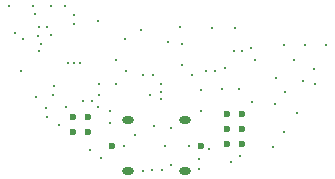
<source format=gbr>
G04 Layer_Color=0*
%FSLAX25Y25*%
%MOIN*%
%TF.FileFunction,PTH,Drill*%
%TF.Part,Single*%
G01*
G75*
%TA.AperFunction,ComponentDrill*%
%ADD104C,0.02362*%
%TA.AperFunction,ComponentDrill*%
%ADD105C,0.02362*%
%TA.AperFunction,ComponentDrill*%
%ADD106O,0.03937X0.02400*%
%TA.AperFunction,ViaDrill*%
%ADD107C,0.01000*%
D104*
X414007Y257000D02*
D03*
X419007D02*
D03*
X414007Y252000D02*
D03*
X419007D02*
D03*
X414007Y247000D02*
D03*
X419007D02*
D03*
D105*
X362507Y251000D02*
D03*
Y256000D02*
D03*
X367507Y251000D02*
D03*
Y256000D02*
D03*
X405271Y246500D02*
D03*
X375743D02*
D03*
D106*
X381058Y238035D02*
D03*
X399956Y238035D02*
D03*
X381058Y254965D02*
D03*
X399956D02*
D03*
D107*
X345500Y271500D02*
D03*
X413500Y272500D02*
D03*
X433500Y264500D02*
D03*
X430500Y269000D02*
D03*
X443000Y272000D02*
D03*
X436500Y275000D02*
D03*
X429500Y246000D02*
D03*
X418500Y243000D02*
D03*
X394500Y281000D02*
D03*
X392000Y262000D02*
D03*
X395500Y240000D02*
D03*
X389523Y252977D02*
D03*
X389000Y238500D02*
D03*
X392500D02*
D03*
X401334Y246500D02*
D03*
X379680Y246500D02*
D03*
X386000Y238000D02*
D03*
X393460Y246540D02*
D03*
X395428Y252572D02*
D03*
X404673Y238827D02*
D03*
X375000Y258000D02*
D03*
X353673Y259173D02*
D03*
X350327Y262827D02*
D03*
X369000Y261500D02*
D03*
X372000Y242500D02*
D03*
X375000Y254000D02*
D03*
X354000Y256000D02*
D03*
X371500Y267000D02*
D03*
Y263500D02*
D03*
X388500D02*
D03*
X404827Y242173D02*
D03*
X439500Y268000D02*
D03*
X405500Y258000D02*
D03*
X392000Y267000D02*
D03*
Y264500D02*
D03*
X430000Y260500D02*
D03*
X422500Y261000D02*
D03*
X385854Y270000D02*
D03*
X437500Y257500D02*
D03*
X443500Y267000D02*
D03*
X366000Y261500D02*
D03*
X368500Y245000D02*
D03*
X360500Y259500D02*
D03*
X358000Y253500D02*
D03*
X371000Y259500D02*
D03*
X365000Y274000D02*
D03*
X380500Y271327D02*
D03*
X385500Y285000D02*
D03*
X355500Y293173D02*
D03*
X380000Y282000D02*
D03*
X363000Y274000D02*
D03*
X361000D02*
D03*
X389500Y270000D02*
D03*
X362856Y287144D02*
D03*
X346000Y282000D02*
D03*
X343500Y284000D02*
D03*
X349500Y293000D02*
D03*
X350000Y290500D02*
D03*
X341500Y293000D02*
D03*
X356000Y263500D02*
D03*
X415173Y241000D02*
D03*
X408000Y245500D02*
D03*
X354000Y286000D02*
D03*
X410000Y271500D02*
D03*
X423500Y275000D02*
D03*
X433000Y251000D02*
D03*
X398500Y286059D02*
D03*
X409000Y285673D02*
D03*
X416827D02*
D03*
X433000Y280000D02*
D03*
X447000D02*
D03*
X440000D02*
D03*
X377000Y267000D02*
D03*
X351500Y286000D02*
D03*
X351000Y283000D02*
D03*
X383500Y250000D02*
D03*
X402500Y270000D02*
D03*
X399000Y273500D02*
D03*
X377000Y275000D02*
D03*
X399000Y280500D02*
D03*
X419000Y278000D02*
D03*
X422000Y279000D02*
D03*
X405500Y265000D02*
D03*
X412500Y265500D02*
D03*
X416500Y277956D02*
D03*
X418000Y265500D02*
D03*
X407000Y271500D02*
D03*
X360000Y293173D02*
D03*
X371000Y288000D02*
D03*
X363000Y289924D02*
D03*
X352000Y280500D02*
D03*
X351199Y278121D02*
D03*
X355500Y283500D02*
D03*
X356389Y266447D02*
D03*
%TF.MD5,C6BF60FF2F313AB590602BC96AE7EE33*%
M02*

</source>
